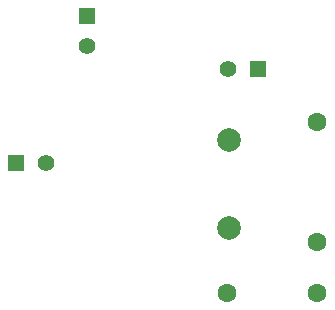
<source format=gbr>
%TF.GenerationSoftware,KiCad,Pcbnew,9.0.2*%
%TF.CreationDate,2025-06-02T11:27:28-03:00*%
%TF.ProjectId,PCB_BNC,5043425f-424e-4432-9e6b-696361645f70,rev?*%
%TF.SameCoordinates,Original*%
%TF.FileFunction,Copper,L2,Bot*%
%TF.FilePolarity,Positive*%
%FSLAX46Y46*%
G04 Gerber Fmt 4.6, Leading zero omitted, Abs format (unit mm)*
G04 Created by KiCad (PCBNEW 9.0.2) date 2025-06-02 11:27:28*
%MOMM*%
%LPD*%
G01*
G04 APERTURE LIST*
%TA.AperFunction,ComponentPad*%
%ADD10R,1.398000X1.398000*%
%TD*%
%TA.AperFunction,ComponentPad*%
%ADD11C,1.398000*%
%TD*%
%TA.AperFunction,ComponentPad*%
%ADD12C,1.600000*%
%TD*%
%TA.AperFunction,ComponentPad*%
%ADD13C,2.000000*%
%TD*%
G04 APERTURE END LIST*
D10*
%TO.P,J1,1*%
%TO.N,Net-(J1-Pad1)*%
X143000000Y-50500000D03*
D11*
%TO.P,J1,2*%
%TO.N,Net-(C1-Pad2)*%
X140460000Y-50500000D03*
%TD*%
D10*
%TO.P,J2,1*%
%TO.N,Net-(C1-Pad2)*%
X128500000Y-46000000D03*
D11*
%TO.P,J2,2*%
%TO.N,Net-(C1-Pad1)*%
X128500000Y-48540000D03*
%TD*%
D12*
%TO.P,L1,1,1*%
%TO.N,Net-(J1-Pad1)*%
X148000000Y-55000000D03*
%TO.P,L1,2,2*%
%TO.N,Net-(J3-Pad2)*%
X148000000Y-65160000D03*
%TD*%
D10*
%TO.P,J3,1*%
%TO.N,Net-(C1-Pad1)*%
X122500000Y-58500000D03*
D11*
%TO.P,J3,2*%
%TO.N,Net-(J3-Pad2)*%
X125040000Y-58500000D03*
%TD*%
D12*
%TO.P,R1,1*%
%TO.N,Net-(J3-Pad2)*%
X148000000Y-69500000D03*
%TO.P,R1,2*%
%TO.N,Net-(C1-Pad1)*%
X140380000Y-69500000D03*
%TD*%
D13*
%TO.P,C1,1*%
%TO.N,Net-(C1-Pad1)*%
X140500000Y-64000000D03*
%TO.P,C1,2*%
%TO.N,Net-(C1-Pad2)*%
X140500000Y-56500000D03*
%TD*%
M02*

</source>
